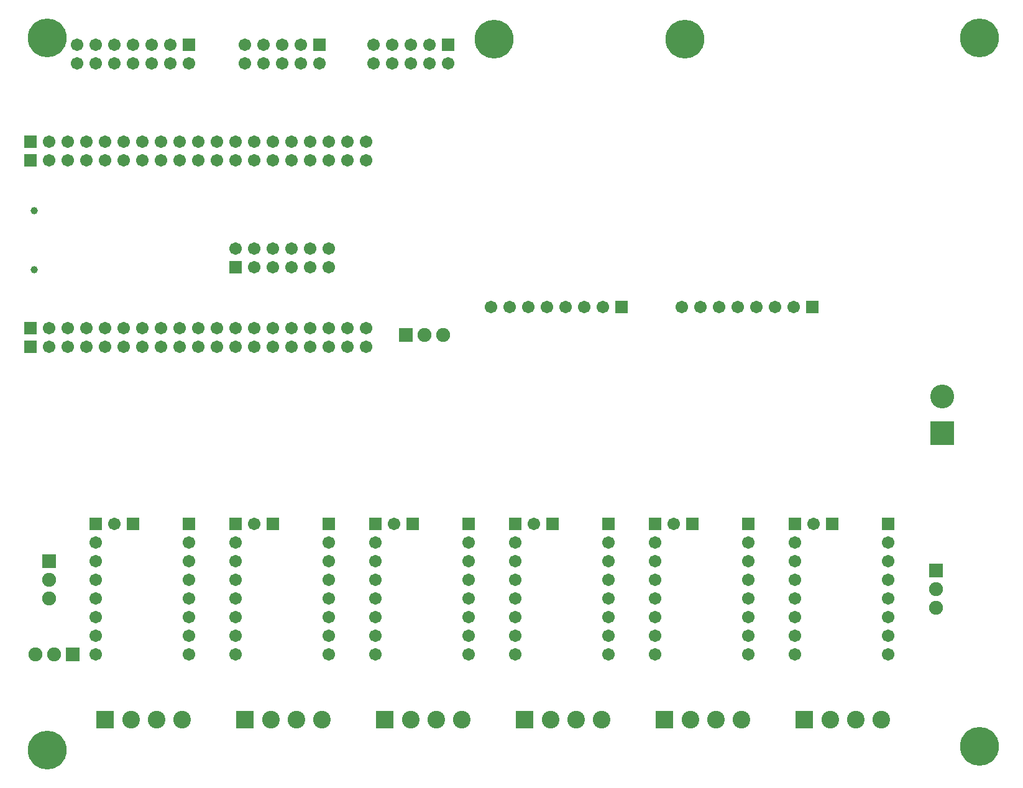
<source format=gbr>
G04 DipTrace 3.3.1.3*
G04 BottomMask.gbr*
%MOIN*%
G04 #@! TF.FileFunction,Soldermask,Bot*
G04 #@! TF.Part,Single*
%ADD53C,0.03937*%
%ADD70C,0.094614*%
%ADD72R,0.094614X0.094614*%
%ADD74C,0.128*%
%ADD76R,0.128X0.128*%
%ADD86C,0.208*%
%ADD90C,0.074929*%
%ADD92R,0.074929X0.074929*%
%ADD94C,0.067055*%
%ADD96R,0.067055X0.067055*%
%FSLAX26Y26*%
G04*
G70*
G90*
G75*
G01*
G04 BotMask*
%LPD*%
D96*
X443700Y3793700D3*
D94*
X543700D3*
X643700D3*
X743700D3*
X843700D3*
X943700D3*
X1043700D3*
X1143700D3*
X1243700D3*
X1343700D3*
X1443700D3*
X1543700D3*
X1643700D3*
X1743700D3*
X1843700D3*
X1943700D3*
X2043700D3*
X2143700D3*
X2243700D3*
D96*
X3613385Y2907794D3*
D94*
X3513385D3*
X3413385D3*
X3313385D3*
X3213385D3*
X3113385D3*
X3013385D3*
X2913385D3*
D96*
X443700Y3693700D3*
D94*
X543700D3*
X643700D3*
X743700D3*
X843700D3*
X943700D3*
X1043700D3*
X1143700D3*
X1243700D3*
X1343700D3*
X1443700D3*
X1543700D3*
X1643700D3*
X1743700D3*
X1843700D3*
X1943700D3*
X2043700D3*
X2143700D3*
X2243700D3*
D92*
X5299951Y1493700D3*
D90*
Y1393700D3*
Y1293700D3*
D92*
X543700Y1543700D3*
D90*
Y1443700D3*
Y1343700D3*
D96*
X443700Y2693700D3*
D94*
X543700D3*
X643700D3*
X743700D3*
X843700D3*
X943700D3*
X1043700D3*
X1143700D3*
X1243700D3*
X1343700D3*
X1443700D3*
X1543700D3*
X1643700D3*
X1743700D3*
X1843700D3*
X1943700D3*
X2043700D3*
X2143700D3*
X2243700D3*
D96*
X4637007Y2907873D3*
D94*
X4537007D3*
X4437007D3*
X4337007D3*
X4237007D3*
X4137007D3*
X4037007D3*
X3937007D3*
D92*
X2456200Y2756200D3*
D90*
X2556200D3*
X2656200D3*
D96*
X443700Y2793700D3*
D94*
X543700D3*
X643700D3*
X743700D3*
X843700D3*
X943700D3*
X1043700D3*
X1143700D3*
X1243700D3*
X1343700D3*
X1443700D3*
X1543700D3*
X1643700D3*
X1743700D3*
X1843700D3*
X1943700D3*
X2043700D3*
X2143700D3*
X2243700D3*
D96*
X2681200Y4311810D3*
D94*
Y4211810D3*
X2581200Y4311810D3*
Y4211810D3*
X2481200Y4311810D3*
Y4211810D3*
X2381200Y4311810D3*
Y4211810D3*
X2281200Y4311810D3*
Y4211810D3*
D96*
X1293700Y4311810D3*
D94*
Y4211810D3*
X1193700Y4311810D3*
Y4211810D3*
X1093700Y4311810D3*
Y4211810D3*
X993700Y4311810D3*
Y4211810D3*
X893700Y4311810D3*
Y4211810D3*
X793700Y4311810D3*
Y4211810D3*
X693700Y4311810D3*
Y4211810D3*
D96*
X1543700Y3121554D3*
D94*
Y3221554D3*
X1643700Y3121554D3*
Y3221554D3*
X1743700Y3121554D3*
Y3221554D3*
X1843700Y3121554D3*
Y3221554D3*
X1943700Y3121554D3*
Y3221554D3*
X2043700Y3121554D3*
Y3221554D3*
D92*
X668700Y1043700D3*
D90*
X568700D3*
X468700D3*
D96*
X793700Y1743700D3*
D94*
Y1643700D3*
Y1543700D3*
Y1443700D3*
Y1343700D3*
Y1243700D3*
Y1143700D3*
Y1043700D3*
D96*
X1543700Y1743700D3*
D94*
Y1643700D3*
Y1543700D3*
Y1443700D3*
Y1343700D3*
Y1243700D3*
Y1143700D3*
Y1043700D3*
D96*
X2293700Y1743700D3*
D94*
Y1643700D3*
Y1543700D3*
Y1443700D3*
Y1343700D3*
Y1243700D3*
Y1143700D3*
Y1043700D3*
D96*
X3043700Y1743700D3*
D94*
Y1643700D3*
Y1543700D3*
Y1443700D3*
Y1343700D3*
Y1243700D3*
Y1143700D3*
Y1043700D3*
D96*
X3793700Y1743700D3*
D94*
Y1643700D3*
Y1543700D3*
Y1443700D3*
Y1343700D3*
Y1243700D3*
Y1143700D3*
Y1043700D3*
D96*
X4543700Y1743700D3*
D94*
Y1643700D3*
Y1543700D3*
Y1443700D3*
Y1343700D3*
Y1243700D3*
Y1143700D3*
Y1043700D3*
D96*
X993700Y1743700D3*
D94*
X893700D3*
D96*
X1743700D3*
D94*
X1643700D3*
D96*
X2493700D3*
D94*
X2393700D3*
D96*
X3243700D3*
D94*
X3143700D3*
D96*
X3993700D3*
D94*
X3893700D3*
D96*
X4743700D3*
D94*
X4643700D3*
D96*
X1293700D3*
D94*
Y1643700D3*
Y1543700D3*
Y1443700D3*
Y1343700D3*
Y1243700D3*
Y1143700D3*
Y1043700D3*
D96*
X2043700Y1743700D3*
D94*
Y1643700D3*
Y1543700D3*
Y1443700D3*
Y1343700D3*
Y1243700D3*
Y1143700D3*
Y1043700D3*
D96*
X2793700Y1743700D3*
D94*
Y1643700D3*
Y1543700D3*
Y1443700D3*
Y1343700D3*
Y1243700D3*
Y1143700D3*
Y1043700D3*
D96*
X3543700Y1743700D3*
D94*
Y1643700D3*
Y1543700D3*
Y1443700D3*
Y1343700D3*
Y1243700D3*
Y1143700D3*
Y1043700D3*
D96*
X4293700Y1743700D3*
D94*
Y1643700D3*
Y1543700D3*
Y1443700D3*
Y1343700D3*
Y1243700D3*
Y1143700D3*
Y1043700D3*
D96*
X5043700Y1743700D3*
D94*
Y1643700D3*
Y1543700D3*
Y1443700D3*
Y1343700D3*
Y1243700D3*
Y1143700D3*
Y1043700D3*
D96*
X1993700Y4311810D3*
D94*
Y4211810D3*
X1893700Y4311810D3*
Y4211810D3*
X1793700Y4311810D3*
Y4211810D3*
X1693700Y4311810D3*
Y4211810D3*
X1593700Y4311810D3*
Y4211810D3*
D86*
X5531495Y551180D3*
Y4350393D3*
X531495D3*
Y531495D3*
X2928739Y4344881D3*
X3952361D3*
D53*
X462598Y3422834D3*
Y3107873D3*
D76*
X5331495Y2231200D3*
D74*
Y2428050D3*
D72*
X843700Y693700D3*
D70*
X981495D3*
X1119291D3*
X1257086D3*
D72*
X1593700D3*
D70*
X1731495D3*
X1869291D3*
X2007086D3*
D72*
X2343700D3*
D70*
X2481495D3*
X2619291D3*
X2757086D3*
D72*
X3093700D3*
D70*
X3231495D3*
X3369291D3*
X3507086D3*
D72*
X3843700D3*
D70*
X3981495D3*
X4119291D3*
X4257086D3*
D72*
X4593700D3*
D70*
X4731495D3*
X4869291D3*
X5007086D3*
M02*

</source>
